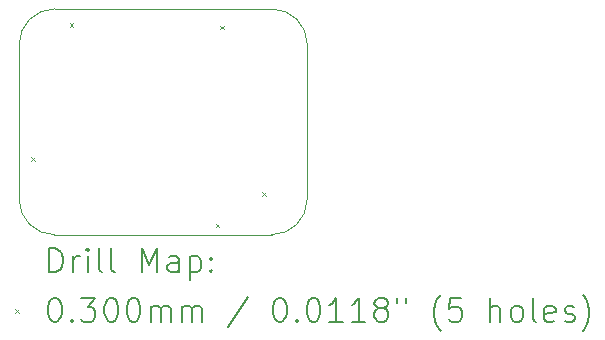
<source format=gbr>
%TF.GenerationSoftware,KiCad,Pcbnew,8.0.3*%
%TF.CreationDate,2025-02-28T01:09:05-06:00*%
%TF.ProjectId,HearingAid_Right,48656172-696e-4674-9169-645f52696768,rev?*%
%TF.SameCoordinates,Original*%
%TF.FileFunction,Drillmap*%
%TF.FilePolarity,Positive*%
%FSLAX45Y45*%
G04 Gerber Fmt 4.5, Leading zero omitted, Abs format (unit mm)*
G04 Created by KiCad (PCBNEW 8.0.3) date 2025-02-28 01:09:05*
%MOMM*%
%LPD*%
G01*
G04 APERTURE LIST*
%ADD10C,0.100000*%
%ADD11C,0.200000*%
G04 APERTURE END LIST*
D10*
X13131779Y-6087009D02*
X13131779Y-6087009D01*
G75*
G02*
X13431779Y-6387009I1J-300001D01*
G01*
X13430779Y-7698745D01*
G75*
G02*
X13130779Y-7998745I-299999J5D01*
G01*
X11291245Y-7998211D01*
G75*
G02*
X10991911Y-7698877I5J299331D01*
G01*
X10992043Y-6387009D01*
G75*
G02*
X11292043Y-6087009I299997J-1D01*
G01*
X13131779Y-6087009D01*
D11*
D10*
X11096500Y-7344500D02*
X11126500Y-7374500D01*
X11126500Y-7344500D02*
X11096500Y-7374500D01*
X11420000Y-6206350D02*
X11450000Y-6236350D01*
X11450000Y-6206350D02*
X11420000Y-6236350D01*
X12657000Y-7903612D02*
X12687000Y-7933612D01*
X12687000Y-7903612D02*
X12657000Y-7933612D01*
X12696341Y-6227659D02*
X12726341Y-6257659D01*
X12726341Y-6227659D02*
X12696341Y-6257659D01*
X13052000Y-7639000D02*
X13082000Y-7669000D01*
X13082000Y-7639000D02*
X13052000Y-7669000D01*
D11*
X11247688Y-8315229D02*
X11247688Y-8115229D01*
X11247688Y-8115229D02*
X11295307Y-8115229D01*
X11295307Y-8115229D02*
X11323878Y-8124753D01*
X11323878Y-8124753D02*
X11342926Y-8143800D01*
X11342926Y-8143800D02*
X11352450Y-8162848D01*
X11352450Y-8162848D02*
X11361974Y-8200943D01*
X11361974Y-8200943D02*
X11361974Y-8229515D01*
X11361974Y-8229515D02*
X11352450Y-8267610D01*
X11352450Y-8267610D02*
X11342926Y-8286657D01*
X11342926Y-8286657D02*
X11323878Y-8305705D01*
X11323878Y-8305705D02*
X11295307Y-8315229D01*
X11295307Y-8315229D02*
X11247688Y-8315229D01*
X11447688Y-8315229D02*
X11447688Y-8181895D01*
X11447688Y-8219991D02*
X11457212Y-8200943D01*
X11457212Y-8200943D02*
X11466735Y-8191419D01*
X11466735Y-8191419D02*
X11485783Y-8181895D01*
X11485783Y-8181895D02*
X11504831Y-8181895D01*
X11571497Y-8315229D02*
X11571497Y-8181895D01*
X11571497Y-8115229D02*
X11561974Y-8124753D01*
X11561974Y-8124753D02*
X11571497Y-8134276D01*
X11571497Y-8134276D02*
X11581021Y-8124753D01*
X11581021Y-8124753D02*
X11571497Y-8115229D01*
X11571497Y-8115229D02*
X11571497Y-8134276D01*
X11695307Y-8315229D02*
X11676259Y-8305705D01*
X11676259Y-8305705D02*
X11666735Y-8286657D01*
X11666735Y-8286657D02*
X11666735Y-8115229D01*
X11800069Y-8315229D02*
X11781021Y-8305705D01*
X11781021Y-8305705D02*
X11771497Y-8286657D01*
X11771497Y-8286657D02*
X11771497Y-8115229D01*
X12028640Y-8315229D02*
X12028640Y-8115229D01*
X12028640Y-8115229D02*
X12095307Y-8258086D01*
X12095307Y-8258086D02*
X12161974Y-8115229D01*
X12161974Y-8115229D02*
X12161974Y-8315229D01*
X12342926Y-8315229D02*
X12342926Y-8210467D01*
X12342926Y-8210467D02*
X12333402Y-8191419D01*
X12333402Y-8191419D02*
X12314355Y-8181895D01*
X12314355Y-8181895D02*
X12276259Y-8181895D01*
X12276259Y-8181895D02*
X12257212Y-8191419D01*
X12342926Y-8305705D02*
X12323878Y-8315229D01*
X12323878Y-8315229D02*
X12276259Y-8315229D01*
X12276259Y-8315229D02*
X12257212Y-8305705D01*
X12257212Y-8305705D02*
X12247688Y-8286657D01*
X12247688Y-8286657D02*
X12247688Y-8267610D01*
X12247688Y-8267610D02*
X12257212Y-8248562D01*
X12257212Y-8248562D02*
X12276259Y-8239038D01*
X12276259Y-8239038D02*
X12323878Y-8239038D01*
X12323878Y-8239038D02*
X12342926Y-8229515D01*
X12438164Y-8181895D02*
X12438164Y-8381895D01*
X12438164Y-8191419D02*
X12457212Y-8181895D01*
X12457212Y-8181895D02*
X12495307Y-8181895D01*
X12495307Y-8181895D02*
X12514355Y-8191419D01*
X12514355Y-8191419D02*
X12523878Y-8200943D01*
X12523878Y-8200943D02*
X12533402Y-8219991D01*
X12533402Y-8219991D02*
X12533402Y-8277134D01*
X12533402Y-8277134D02*
X12523878Y-8296181D01*
X12523878Y-8296181D02*
X12514355Y-8305705D01*
X12514355Y-8305705D02*
X12495307Y-8315229D01*
X12495307Y-8315229D02*
X12457212Y-8315229D01*
X12457212Y-8315229D02*
X12438164Y-8305705D01*
X12619116Y-8296181D02*
X12628640Y-8305705D01*
X12628640Y-8305705D02*
X12619116Y-8315229D01*
X12619116Y-8315229D02*
X12609593Y-8305705D01*
X12609593Y-8305705D02*
X12619116Y-8296181D01*
X12619116Y-8296181D02*
X12619116Y-8315229D01*
X12619116Y-8191419D02*
X12628640Y-8200943D01*
X12628640Y-8200943D02*
X12619116Y-8210467D01*
X12619116Y-8210467D02*
X12609593Y-8200943D01*
X12609593Y-8200943D02*
X12619116Y-8191419D01*
X12619116Y-8191419D02*
X12619116Y-8210467D01*
D10*
X10956911Y-8628745D02*
X10986911Y-8658745D01*
X10986911Y-8628745D02*
X10956911Y-8658745D01*
D11*
X11285783Y-8535229D02*
X11304831Y-8535229D01*
X11304831Y-8535229D02*
X11323878Y-8544753D01*
X11323878Y-8544753D02*
X11333402Y-8554277D01*
X11333402Y-8554277D02*
X11342926Y-8573324D01*
X11342926Y-8573324D02*
X11352450Y-8611419D01*
X11352450Y-8611419D02*
X11352450Y-8659038D01*
X11352450Y-8659038D02*
X11342926Y-8697134D01*
X11342926Y-8697134D02*
X11333402Y-8716181D01*
X11333402Y-8716181D02*
X11323878Y-8725705D01*
X11323878Y-8725705D02*
X11304831Y-8735229D01*
X11304831Y-8735229D02*
X11285783Y-8735229D01*
X11285783Y-8735229D02*
X11266735Y-8725705D01*
X11266735Y-8725705D02*
X11257212Y-8716181D01*
X11257212Y-8716181D02*
X11247688Y-8697134D01*
X11247688Y-8697134D02*
X11238164Y-8659038D01*
X11238164Y-8659038D02*
X11238164Y-8611419D01*
X11238164Y-8611419D02*
X11247688Y-8573324D01*
X11247688Y-8573324D02*
X11257212Y-8554277D01*
X11257212Y-8554277D02*
X11266735Y-8544753D01*
X11266735Y-8544753D02*
X11285783Y-8535229D01*
X11438164Y-8716181D02*
X11447688Y-8725705D01*
X11447688Y-8725705D02*
X11438164Y-8735229D01*
X11438164Y-8735229D02*
X11428640Y-8725705D01*
X11428640Y-8725705D02*
X11438164Y-8716181D01*
X11438164Y-8716181D02*
X11438164Y-8735229D01*
X11514355Y-8535229D02*
X11638164Y-8535229D01*
X11638164Y-8535229D02*
X11571497Y-8611419D01*
X11571497Y-8611419D02*
X11600069Y-8611419D01*
X11600069Y-8611419D02*
X11619116Y-8620943D01*
X11619116Y-8620943D02*
X11628640Y-8630467D01*
X11628640Y-8630467D02*
X11638164Y-8649515D01*
X11638164Y-8649515D02*
X11638164Y-8697134D01*
X11638164Y-8697134D02*
X11628640Y-8716181D01*
X11628640Y-8716181D02*
X11619116Y-8725705D01*
X11619116Y-8725705D02*
X11600069Y-8735229D01*
X11600069Y-8735229D02*
X11542926Y-8735229D01*
X11542926Y-8735229D02*
X11523878Y-8725705D01*
X11523878Y-8725705D02*
X11514355Y-8716181D01*
X11761974Y-8535229D02*
X11781021Y-8535229D01*
X11781021Y-8535229D02*
X11800069Y-8544753D01*
X11800069Y-8544753D02*
X11809593Y-8554277D01*
X11809593Y-8554277D02*
X11819116Y-8573324D01*
X11819116Y-8573324D02*
X11828640Y-8611419D01*
X11828640Y-8611419D02*
X11828640Y-8659038D01*
X11828640Y-8659038D02*
X11819116Y-8697134D01*
X11819116Y-8697134D02*
X11809593Y-8716181D01*
X11809593Y-8716181D02*
X11800069Y-8725705D01*
X11800069Y-8725705D02*
X11781021Y-8735229D01*
X11781021Y-8735229D02*
X11761974Y-8735229D01*
X11761974Y-8735229D02*
X11742926Y-8725705D01*
X11742926Y-8725705D02*
X11733402Y-8716181D01*
X11733402Y-8716181D02*
X11723878Y-8697134D01*
X11723878Y-8697134D02*
X11714355Y-8659038D01*
X11714355Y-8659038D02*
X11714355Y-8611419D01*
X11714355Y-8611419D02*
X11723878Y-8573324D01*
X11723878Y-8573324D02*
X11733402Y-8554277D01*
X11733402Y-8554277D02*
X11742926Y-8544753D01*
X11742926Y-8544753D02*
X11761974Y-8535229D01*
X11952450Y-8535229D02*
X11971497Y-8535229D01*
X11971497Y-8535229D02*
X11990545Y-8544753D01*
X11990545Y-8544753D02*
X12000069Y-8554277D01*
X12000069Y-8554277D02*
X12009593Y-8573324D01*
X12009593Y-8573324D02*
X12019116Y-8611419D01*
X12019116Y-8611419D02*
X12019116Y-8659038D01*
X12019116Y-8659038D02*
X12009593Y-8697134D01*
X12009593Y-8697134D02*
X12000069Y-8716181D01*
X12000069Y-8716181D02*
X11990545Y-8725705D01*
X11990545Y-8725705D02*
X11971497Y-8735229D01*
X11971497Y-8735229D02*
X11952450Y-8735229D01*
X11952450Y-8735229D02*
X11933402Y-8725705D01*
X11933402Y-8725705D02*
X11923878Y-8716181D01*
X11923878Y-8716181D02*
X11914355Y-8697134D01*
X11914355Y-8697134D02*
X11904831Y-8659038D01*
X11904831Y-8659038D02*
X11904831Y-8611419D01*
X11904831Y-8611419D02*
X11914355Y-8573324D01*
X11914355Y-8573324D02*
X11923878Y-8554277D01*
X11923878Y-8554277D02*
X11933402Y-8544753D01*
X11933402Y-8544753D02*
X11952450Y-8535229D01*
X12104831Y-8735229D02*
X12104831Y-8601896D01*
X12104831Y-8620943D02*
X12114355Y-8611419D01*
X12114355Y-8611419D02*
X12133402Y-8601896D01*
X12133402Y-8601896D02*
X12161974Y-8601896D01*
X12161974Y-8601896D02*
X12181021Y-8611419D01*
X12181021Y-8611419D02*
X12190545Y-8630467D01*
X12190545Y-8630467D02*
X12190545Y-8735229D01*
X12190545Y-8630467D02*
X12200069Y-8611419D01*
X12200069Y-8611419D02*
X12219116Y-8601896D01*
X12219116Y-8601896D02*
X12247688Y-8601896D01*
X12247688Y-8601896D02*
X12266736Y-8611419D01*
X12266736Y-8611419D02*
X12276259Y-8630467D01*
X12276259Y-8630467D02*
X12276259Y-8735229D01*
X12371497Y-8735229D02*
X12371497Y-8601896D01*
X12371497Y-8620943D02*
X12381021Y-8611419D01*
X12381021Y-8611419D02*
X12400069Y-8601896D01*
X12400069Y-8601896D02*
X12428640Y-8601896D01*
X12428640Y-8601896D02*
X12447688Y-8611419D01*
X12447688Y-8611419D02*
X12457212Y-8630467D01*
X12457212Y-8630467D02*
X12457212Y-8735229D01*
X12457212Y-8630467D02*
X12466736Y-8611419D01*
X12466736Y-8611419D02*
X12485783Y-8601896D01*
X12485783Y-8601896D02*
X12514355Y-8601896D01*
X12514355Y-8601896D02*
X12533402Y-8611419D01*
X12533402Y-8611419D02*
X12542926Y-8630467D01*
X12542926Y-8630467D02*
X12542926Y-8735229D01*
X12933402Y-8525705D02*
X12761974Y-8782848D01*
X13190545Y-8535229D02*
X13209593Y-8535229D01*
X13209593Y-8535229D02*
X13228640Y-8544753D01*
X13228640Y-8544753D02*
X13238164Y-8554277D01*
X13238164Y-8554277D02*
X13247688Y-8573324D01*
X13247688Y-8573324D02*
X13257212Y-8611419D01*
X13257212Y-8611419D02*
X13257212Y-8659038D01*
X13257212Y-8659038D02*
X13247688Y-8697134D01*
X13247688Y-8697134D02*
X13238164Y-8716181D01*
X13238164Y-8716181D02*
X13228640Y-8725705D01*
X13228640Y-8725705D02*
X13209593Y-8735229D01*
X13209593Y-8735229D02*
X13190545Y-8735229D01*
X13190545Y-8735229D02*
X13171498Y-8725705D01*
X13171498Y-8725705D02*
X13161974Y-8716181D01*
X13161974Y-8716181D02*
X13152450Y-8697134D01*
X13152450Y-8697134D02*
X13142926Y-8659038D01*
X13142926Y-8659038D02*
X13142926Y-8611419D01*
X13142926Y-8611419D02*
X13152450Y-8573324D01*
X13152450Y-8573324D02*
X13161974Y-8554277D01*
X13161974Y-8554277D02*
X13171498Y-8544753D01*
X13171498Y-8544753D02*
X13190545Y-8535229D01*
X13342926Y-8716181D02*
X13352450Y-8725705D01*
X13352450Y-8725705D02*
X13342926Y-8735229D01*
X13342926Y-8735229D02*
X13333402Y-8725705D01*
X13333402Y-8725705D02*
X13342926Y-8716181D01*
X13342926Y-8716181D02*
X13342926Y-8735229D01*
X13476259Y-8535229D02*
X13495307Y-8535229D01*
X13495307Y-8535229D02*
X13514355Y-8544753D01*
X13514355Y-8544753D02*
X13523879Y-8554277D01*
X13523879Y-8554277D02*
X13533402Y-8573324D01*
X13533402Y-8573324D02*
X13542926Y-8611419D01*
X13542926Y-8611419D02*
X13542926Y-8659038D01*
X13542926Y-8659038D02*
X13533402Y-8697134D01*
X13533402Y-8697134D02*
X13523879Y-8716181D01*
X13523879Y-8716181D02*
X13514355Y-8725705D01*
X13514355Y-8725705D02*
X13495307Y-8735229D01*
X13495307Y-8735229D02*
X13476259Y-8735229D01*
X13476259Y-8735229D02*
X13457212Y-8725705D01*
X13457212Y-8725705D02*
X13447688Y-8716181D01*
X13447688Y-8716181D02*
X13438164Y-8697134D01*
X13438164Y-8697134D02*
X13428640Y-8659038D01*
X13428640Y-8659038D02*
X13428640Y-8611419D01*
X13428640Y-8611419D02*
X13438164Y-8573324D01*
X13438164Y-8573324D02*
X13447688Y-8554277D01*
X13447688Y-8554277D02*
X13457212Y-8544753D01*
X13457212Y-8544753D02*
X13476259Y-8535229D01*
X13733402Y-8735229D02*
X13619117Y-8735229D01*
X13676259Y-8735229D02*
X13676259Y-8535229D01*
X13676259Y-8535229D02*
X13657212Y-8563800D01*
X13657212Y-8563800D02*
X13638164Y-8582848D01*
X13638164Y-8582848D02*
X13619117Y-8592372D01*
X13923879Y-8735229D02*
X13809593Y-8735229D01*
X13866736Y-8735229D02*
X13866736Y-8535229D01*
X13866736Y-8535229D02*
X13847688Y-8563800D01*
X13847688Y-8563800D02*
X13828640Y-8582848D01*
X13828640Y-8582848D02*
X13809593Y-8592372D01*
X14038164Y-8620943D02*
X14019117Y-8611419D01*
X14019117Y-8611419D02*
X14009593Y-8601896D01*
X14009593Y-8601896D02*
X14000069Y-8582848D01*
X14000069Y-8582848D02*
X14000069Y-8573324D01*
X14000069Y-8573324D02*
X14009593Y-8554277D01*
X14009593Y-8554277D02*
X14019117Y-8544753D01*
X14019117Y-8544753D02*
X14038164Y-8535229D01*
X14038164Y-8535229D02*
X14076260Y-8535229D01*
X14076260Y-8535229D02*
X14095307Y-8544753D01*
X14095307Y-8544753D02*
X14104831Y-8554277D01*
X14104831Y-8554277D02*
X14114355Y-8573324D01*
X14114355Y-8573324D02*
X14114355Y-8582848D01*
X14114355Y-8582848D02*
X14104831Y-8601896D01*
X14104831Y-8601896D02*
X14095307Y-8611419D01*
X14095307Y-8611419D02*
X14076260Y-8620943D01*
X14076260Y-8620943D02*
X14038164Y-8620943D01*
X14038164Y-8620943D02*
X14019117Y-8630467D01*
X14019117Y-8630467D02*
X14009593Y-8639991D01*
X14009593Y-8639991D02*
X14000069Y-8659038D01*
X14000069Y-8659038D02*
X14000069Y-8697134D01*
X14000069Y-8697134D02*
X14009593Y-8716181D01*
X14009593Y-8716181D02*
X14019117Y-8725705D01*
X14019117Y-8725705D02*
X14038164Y-8735229D01*
X14038164Y-8735229D02*
X14076260Y-8735229D01*
X14076260Y-8735229D02*
X14095307Y-8725705D01*
X14095307Y-8725705D02*
X14104831Y-8716181D01*
X14104831Y-8716181D02*
X14114355Y-8697134D01*
X14114355Y-8697134D02*
X14114355Y-8659038D01*
X14114355Y-8659038D02*
X14104831Y-8639991D01*
X14104831Y-8639991D02*
X14095307Y-8630467D01*
X14095307Y-8630467D02*
X14076260Y-8620943D01*
X14190545Y-8535229D02*
X14190545Y-8573324D01*
X14266736Y-8535229D02*
X14266736Y-8573324D01*
X14561974Y-8811419D02*
X14552450Y-8801896D01*
X14552450Y-8801896D02*
X14533402Y-8773324D01*
X14533402Y-8773324D02*
X14523879Y-8754277D01*
X14523879Y-8754277D02*
X14514355Y-8725705D01*
X14514355Y-8725705D02*
X14504831Y-8678086D01*
X14504831Y-8678086D02*
X14504831Y-8639991D01*
X14504831Y-8639991D02*
X14514355Y-8592372D01*
X14514355Y-8592372D02*
X14523879Y-8563800D01*
X14523879Y-8563800D02*
X14533402Y-8544753D01*
X14533402Y-8544753D02*
X14552450Y-8516181D01*
X14552450Y-8516181D02*
X14561974Y-8506657D01*
X14733402Y-8535229D02*
X14638164Y-8535229D01*
X14638164Y-8535229D02*
X14628641Y-8630467D01*
X14628641Y-8630467D02*
X14638164Y-8620943D01*
X14638164Y-8620943D02*
X14657212Y-8611419D01*
X14657212Y-8611419D02*
X14704831Y-8611419D01*
X14704831Y-8611419D02*
X14723879Y-8620943D01*
X14723879Y-8620943D02*
X14733402Y-8630467D01*
X14733402Y-8630467D02*
X14742926Y-8649515D01*
X14742926Y-8649515D02*
X14742926Y-8697134D01*
X14742926Y-8697134D02*
X14733402Y-8716181D01*
X14733402Y-8716181D02*
X14723879Y-8725705D01*
X14723879Y-8725705D02*
X14704831Y-8735229D01*
X14704831Y-8735229D02*
X14657212Y-8735229D01*
X14657212Y-8735229D02*
X14638164Y-8725705D01*
X14638164Y-8725705D02*
X14628641Y-8716181D01*
X14981022Y-8735229D02*
X14981022Y-8535229D01*
X15066736Y-8735229D02*
X15066736Y-8630467D01*
X15066736Y-8630467D02*
X15057212Y-8611419D01*
X15057212Y-8611419D02*
X15038164Y-8601896D01*
X15038164Y-8601896D02*
X15009593Y-8601896D01*
X15009593Y-8601896D02*
X14990545Y-8611419D01*
X14990545Y-8611419D02*
X14981022Y-8620943D01*
X15190545Y-8735229D02*
X15171498Y-8725705D01*
X15171498Y-8725705D02*
X15161974Y-8716181D01*
X15161974Y-8716181D02*
X15152450Y-8697134D01*
X15152450Y-8697134D02*
X15152450Y-8639991D01*
X15152450Y-8639991D02*
X15161974Y-8620943D01*
X15161974Y-8620943D02*
X15171498Y-8611419D01*
X15171498Y-8611419D02*
X15190545Y-8601896D01*
X15190545Y-8601896D02*
X15219117Y-8601896D01*
X15219117Y-8601896D02*
X15238164Y-8611419D01*
X15238164Y-8611419D02*
X15247688Y-8620943D01*
X15247688Y-8620943D02*
X15257212Y-8639991D01*
X15257212Y-8639991D02*
X15257212Y-8697134D01*
X15257212Y-8697134D02*
X15247688Y-8716181D01*
X15247688Y-8716181D02*
X15238164Y-8725705D01*
X15238164Y-8725705D02*
X15219117Y-8735229D01*
X15219117Y-8735229D02*
X15190545Y-8735229D01*
X15371498Y-8735229D02*
X15352450Y-8725705D01*
X15352450Y-8725705D02*
X15342926Y-8706657D01*
X15342926Y-8706657D02*
X15342926Y-8535229D01*
X15523879Y-8725705D02*
X15504831Y-8735229D01*
X15504831Y-8735229D02*
X15466736Y-8735229D01*
X15466736Y-8735229D02*
X15447688Y-8725705D01*
X15447688Y-8725705D02*
X15438164Y-8706657D01*
X15438164Y-8706657D02*
X15438164Y-8630467D01*
X15438164Y-8630467D02*
X15447688Y-8611419D01*
X15447688Y-8611419D02*
X15466736Y-8601896D01*
X15466736Y-8601896D02*
X15504831Y-8601896D01*
X15504831Y-8601896D02*
X15523879Y-8611419D01*
X15523879Y-8611419D02*
X15533403Y-8630467D01*
X15533403Y-8630467D02*
X15533403Y-8649515D01*
X15533403Y-8649515D02*
X15438164Y-8668562D01*
X15609593Y-8725705D02*
X15628641Y-8735229D01*
X15628641Y-8735229D02*
X15666736Y-8735229D01*
X15666736Y-8735229D02*
X15685784Y-8725705D01*
X15685784Y-8725705D02*
X15695307Y-8706657D01*
X15695307Y-8706657D02*
X15695307Y-8697134D01*
X15695307Y-8697134D02*
X15685784Y-8678086D01*
X15685784Y-8678086D02*
X15666736Y-8668562D01*
X15666736Y-8668562D02*
X15638164Y-8668562D01*
X15638164Y-8668562D02*
X15619117Y-8659038D01*
X15619117Y-8659038D02*
X15609593Y-8639991D01*
X15609593Y-8639991D02*
X15609593Y-8630467D01*
X15609593Y-8630467D02*
X15619117Y-8611419D01*
X15619117Y-8611419D02*
X15638164Y-8601896D01*
X15638164Y-8601896D02*
X15666736Y-8601896D01*
X15666736Y-8601896D02*
X15685784Y-8611419D01*
X15761974Y-8811419D02*
X15771498Y-8801896D01*
X15771498Y-8801896D02*
X15790545Y-8773324D01*
X15790545Y-8773324D02*
X15800069Y-8754277D01*
X15800069Y-8754277D02*
X15809593Y-8725705D01*
X15809593Y-8725705D02*
X15819117Y-8678086D01*
X15819117Y-8678086D02*
X15819117Y-8639991D01*
X15819117Y-8639991D02*
X15809593Y-8592372D01*
X15809593Y-8592372D02*
X15800069Y-8563800D01*
X15800069Y-8563800D02*
X15790545Y-8544753D01*
X15790545Y-8544753D02*
X15771498Y-8516181D01*
X15771498Y-8516181D02*
X15761974Y-8506657D01*
M02*

</source>
